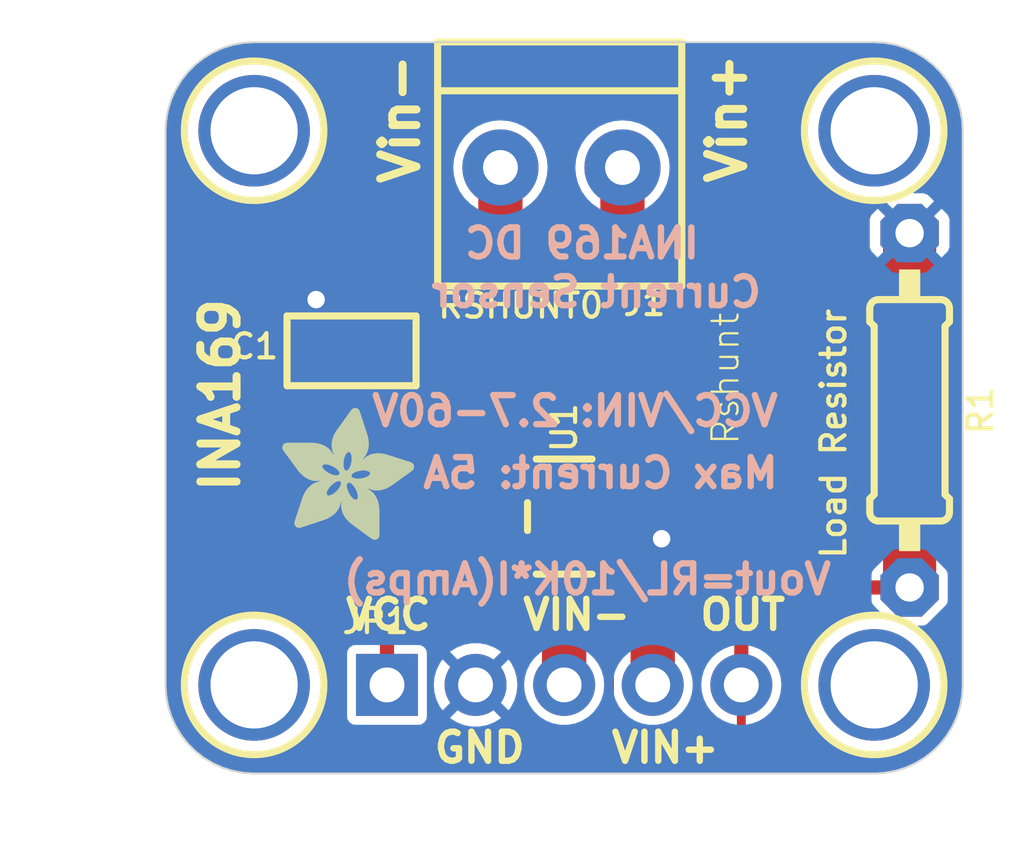
<source format=kicad_pcb>
(kicad_pcb (version 20221018) (generator pcbnew)
  (layers (0 "F.Cu" signal) (31 "B.Cu" signal) (34 "B.Paste" user) (35 "F.Paste" user) (36 "B.SilkS" user "B.Silkscreen") (37 "F.SilkS" user "F.Silkscreen") (38 "B.Mask" user) (39 "F.Mask" user) (44 "Edge.Cuts" user))
  (net 0 "")
  (net 1 "VCC")
  (net 2 "GND")
  (net 3 "VIN+")
  (net 4 "VIN-")
  (net 5 "OUT")
  (footprint "working:MOUNTINGHOLE_2.5_PLATED" (layer "F.Cu") (at 157.3911 112.9486)
    (fp_text reference "U$7" hide)
    (fp_text value "MOUNTINGHOLE2.5" hide)
    (pad "P$1" thru_hole circle (at 0 0) (size 3.2 3.2) (drill 2.5) (layers "*.Cu" "*.Mask"))
    (zone (net 0) (net_name "") (layer "B.Cu") (connect_pads (clearance 0)) (min_thickness 0.25)
      (keepout (tracks not_allowed) (vias not_allowed) (pads not_allowed) (copperpour not_allowed) (footprints allowed))
      (fill (thermal_gap 0.5) (thermal_bridge_width 0.5))
      (polygon (pts (xy 159.4071 112.9486) (xy 159.38748 112.668027) (xy 159.329004 112.392915) (xy 159.232808 112.128619) (xy 159.100765 111.880283) (xy 158.935446 111.65274) (xy 158.740067 111.45042) (xy 158.518433 111.27726) (xy 158.274856 111.136631) (xy 158.014078 111.03127) (xy 157.741175 110.963228) (xy 157.461457 110.933828) (xy 157.180371 110.943644) (xy 156.903385 110.992484) (xy 156.635893 111.079397) (xy 156.3831 111.202693) (xy 156.149926 111.35997) (xy 155.940911 111.548169) (xy 155.760122 111.763625) (xy 155.611078 112.002145) (xy 155.49668 112.259087) (xy 155.419154 112.52945) (xy 155.380011 112.807971) (xy 155.380011 113.089229) (xy 155.419154 113.36775) (xy 155.49668 113.638113) (xy 155.611078 113.895055) (xy 155.760122 114.133575) (xy 155.940911 114.349031) (xy 156.149926 114.53723) (xy 156.3831 114.694507) (xy 156.635893 114.817803) (xy 156.903385 114.904716) (xy 157.180371 114.953556) (xy 157.461457 114.963372) (xy 157.741175 114.933972) (xy 158.014078 114.86593) (xy 158.274856 114.760569) (xy 158.518433 114.61994) (xy 158.740067 114.44678) (xy 158.935446 114.24446) (xy 159.100765 114.016917) (xy 159.232808 113.768581) (xy 159.329004 113.504285) (xy 159.38748 113.229173)))
      (polygon (pts (xy 157.3751 112.9486) (xy 157.379786 112.959914) (xy 157.3911 112.9646) (xy 157.402414 112.959914) (xy 157.4071 112.9486) (xy 157.402414 112.937286) (xy 157.3911 112.9326) (xy 157.379786 112.937286)))
    )
  )
  (footprint "working:TERMBLOCK_1X2-3.5MM" (layer "F.Cu") (at 148.4741 98.1126 180)
    (fp_text reference "J1" (at -3 -3.89) (layer "F.SilkS") (effects (font (size 0.692831 0.692831) (thickness 0.119969)) (justify right)))
    (fp_text value "")
    (pad "1" thru_hole circle (at 1.8 0 180) (size 2.1844 2.1844) (drill 1) (layers "*.Cu" "*.Mask") (net 4 "VIN-"))
    (pad "2" thru_hole circle (at -1.7 0 180) (size 2.1844 2.1844) (drill 1) (layers "*.Cu" "*.Mask") (net 3 "VIN+"))
  )
  (footprint "working:0805-THM" (layer "F.Cu") (at 158.4071 105.0746 90)
    (fp_text reference "R1" (at -0.762 2.032 90) (layer "F.SilkS") (effects (font (size 0.692831 0.692831) (thickness 0.119969)) (justify left)))
    (fp_text value "10K")
    (fp_poly (pts (xy -0.381 0.762) (xy -5.386605 0.762) (xy -5.842 0.306605) (xy -5.842 -0.306605) (xy -5.386605 -0.762) (xy -0.381 -0.762)) (fill solid) (layer "F.Cu"))
    (fp_poly (pts (xy 5.842 -0.306605) (xy 5.842 0.306605) (xy 5.386605 0.762) (xy 0.381 0.762) (xy 0.381 -0.762) (xy 5.386605 -0.762)) (fill solid) (layer "F.Cu"))
    (pad "1" thru_hole roundrect (at -5.08 0 90) (size 1.6764 1.6764) (drill 0.8128) (layers "*.Cu" "*.Mask") (chamfer_ratio 0.2928932188) (chamfer top_left top_right bottom_left bottom_right) (net 5 "OUT"))
    (pad "2" thru_hole roundrect (at 5.08 0 90) (size 1.6764 1.6764) (drill 0.8128) (layers "*.Cu" "*.Mask") (chamfer_ratio 0.2928932188) (chamfer top_left top_right bottom_left bottom_right) (net 2 "GND"))
  )
  (footprint "working:FIDUCIAL_1MM" (layer "F.Cu") (at 139.6111 109.6466)
    (fp_text reference "FID2" hide)
    (fp_text value "FIDUCIAL\"\"" hide)
    (pad "1" smd roundrect (at 0 0) (size 1 1) (layers "F.Cu" "F.Mask") (roundrect_rratio 0.5))
  )
  (footprint "working:ADAFRUIT_3.5MM" (layer "F.Cu") (at 140.4021 108.8036)
    (fp_text reference "U$11" hide)
    (fp_text value "" hide)
  )
  (footprint "working:MOUNTINGHOLE_2.5_PLATED" (layer "F.Cu") (at 139.6111 112.9486)
    (fp_text reference "U$8" hide)
    (fp_text value "MOUNTINGHOLE2.5" hide)
    (pad "P$1" thru_hole circle (at 0 0) (size 3.2 3.2) (drill 2.5) (layers "*.Cu" "*.Mask"))
    (zone (net 0) (net_name "") (layer "B.Cu") (connect_pads (clearance 0)) (min_thickness 0.25)
      (keepout (tracks not_allowed) (vias not_allowed) (pads not_allowed) (copperpour not_allowed) (footprints allowed))
      (fill (thermal_gap 0.5) (thermal_bridge_width 0.5))
      (polygon (pts (xy 141.6271 112.9486) (xy 141.60748 112.668027) (xy 141.549004 112.392915) (xy 141.452808 112.128619) (xy 141.320765 111.880283) (xy 141.155446 111.65274) (xy 140.960067 111.45042) (xy 140.738433 111.27726) (xy 140.494856 111.136631) (xy 140.234078 111.03127) (xy 139.961175 110.963228) (xy 139.681457 110.933828) (xy 139.400371 110.943644) (xy 139.123385 110.992484) (xy 138.855893 111.079397) (xy 138.6031 111.202693) (xy 138.369926 111.35997) (xy 138.160911 111.548169) (xy 137.980122 111.763625) (xy 137.831078 112.002145) (xy 137.71668 112.259087) (xy 137.639154 112.52945) (xy 137.600011 112.807971) (xy 137.600011 113.089229) (xy 137.639154 113.36775) (xy 137.71668 113.638113) (xy 137.831078 113.895055) (xy 137.980122 114.133575) (xy 138.160911 114.349031) (xy 138.369926 114.53723) (xy 138.6031 114.694507) (xy 138.855893 114.817803) (xy 139.123385 114.904716) (xy 139.400371 114.953556) (xy 139.681457 114.963372) (xy 139.961175 114.933972) (xy 140.234078 114.86593) (xy 140.494856 114.760569) (xy 140.738433 114.61994) (xy 140.960067 114.44678) (xy 141.155446 114.24446) (xy 141.320765 114.016917) (xy 141.452808 113.768581) (xy 141.549004 113.504285) (xy 141.60748 113.229173)))
      (polygon (pts (xy 139.5951 112.9486) (xy 139.599786 112.959914) (xy 139.6111 112.9646) (xy 139.622414 112.959914) (xy 139.6271 112.9486) (xy 139.622414 112.937286) (xy 139.6111 112.9326) (xy 139.599786 112.937286)))
    )
  )
  (footprint "working:SOT23-5" (layer "F.Cu") (at 148.5011 108.1226 90)
    (fp_text reference "U1" (at 1.778 0 90) (layer "F.SilkS") (effects (font (size 0.692831 0.692831) (thickness 0.119969)) (justify left)))
    (fp_text value "INA169")
    (pad "1" smd rect (at -0.95 1.3001 90) (size 0.55 1.2) (layers "F.Cu" "F.Paste" "F.Mask") (net 5 "OUT"))
    (pad "2" smd rect (at 0 1.3001 90) (size 0.55 1.2) (layers "F.Cu" "F.Paste" "F.Mask") (net 2 "GND"))
    (pad "3" smd rect (at 0.95 1.3001 90) (size 0.55 1.2) (layers "F.Cu" "F.Paste" "F.Mask") (net 3 "VIN+"))
    (pad "4" smd rect (at 0.95 -1.3001 90) (size 0.55 1.2) (layers "F.Cu" "F.Paste" "F.Mask") (net 4 "VIN-"))
    (pad "5" smd rect (at -0.95 -1.3001 90) (size 0.55 1.2) (layers "F.Cu" "F.Paste" "F.Mask") (net 1 "VCC"))
  )
  (footprint "working:MOUNTINGHOLE_2.5_PLATED" (layer "F.Cu") (at 157.3911 97.0586)
    (fp_text reference "U$10" hide)
    (fp_text value "MOUNTINGHOLE2.5" hide)
    (pad "P$1" thru_hole circle (at 0 0) (size 3.2 3.2) (drill 2.5) (layers "*.Cu" "*.Mask"))
    (zone (net 0) (net_name "") (layer "B.Cu") (connect_pads (clearance 0)) (min_thickness 0.25)
      (keepout (tracks not_allowed) (vias not_allowed) (pads not_allowed) (copperpour not_allowed) (footprints allowed))
      (fill (thermal_gap 0.5) (thermal_bridge_width 0.5))
      (polygon (pts (xy 159.4071 97.0586) (xy 159.38748 96.778027) (xy 159.329004 96.502915) (xy 159.232808 96.238619) (xy 159.100765 95.990283) (xy 158.935446 95.76274) (xy 158.740067 95.56042) (xy 158.518433 95.38726) (xy 158.274856 95.246631) (xy 158.014078 95.14127) (xy 157.741175 95.073228) (xy 157.461457 95.043828) (xy 157.180371 95.053644) (xy 156.903385 95.102484) (xy 156.635893 95.189397) (xy 156.3831 95.312693) (xy 156.149926 95.46997) (xy 155.940911 95.658169) (xy 155.760122 95.873625) (xy 155.611078 96.112145) (xy 155.49668 96.369087) (xy 155.419154 96.63945) (xy 155.380011 96.917971) (xy 155.380011 97.199229) (xy 155.419154 97.47775) (xy 155.49668 97.748113) (xy 155.611078 98.005055) (xy 155.760122 98.243575) (xy 155.940911 98.459031) (xy 156.149926 98.64723) (xy 156.3831 98.804507) (xy 156.635893 98.927803) (xy 156.903385 99.014716) (xy 157.180371 99.063556) (xy 157.461457 99.073372) (xy 157.741175 99.043972) (xy 158.014078 98.97593) (xy 158.274856 98.870569) (xy 158.518433 98.72994) (xy 158.740067 98.55678) (xy 158.935446 98.35446) (xy 159.100765 98.126917) (xy 159.232808 97.878581) (xy 159.329004 97.614285) (xy 159.38748 97.339173)))
      (polygon (pts (xy 157.3751 97.0586) (xy 157.379786 97.069914) (xy 157.3911 97.0746) (xy 157.402414 97.069914) (xy 157.4071 97.0586) (xy 157.402414 97.047286) (xy 157.3911 97.0426) (xy 157.379786 97.047286)))
    )
  )
  (footprint "working:MOUNTINGHOLE_2.5_PLATED" (layer "F.Cu") (at 139.6111 97.0586)
    (fp_text reference "U$9" hide)
    (fp_text value "MOUNTINGHOLE2.5" hide)
    (pad "P$1" thru_hole circle (at 0 0) (size 3.2 3.2) (drill 2.5) (layers "*.Cu" "*.Mask"))
    (zone (net 0) (net_name "") (layer "B.Cu") (connect_pads (clearance 0)) (min_thickness 0.25)
      (keepout (tracks not_allowed) (vias not_allowed) (pads not_allowed) (copperpour not_allowed) (footprints allowed))
      (fill (thermal_gap 0.5) (thermal_bridge_width 0.5))
      (polygon (pts (xy 141.6271 97.0586) (xy 141.60748 96.778027) (xy 141.549004 96.502915) (xy 141.452808 96.238619) (xy 141.320765 95.990283) (xy 141.155446 95.76274) (xy 140.960067 95.56042) (xy 140.738433 95.38726) (xy 140.494856 95.246631) (xy 140.234078 95.14127) (xy 139.961175 95.073228) (xy 139.681457 95.043828) (xy 139.400371 95.053644) (xy 139.123385 95.102484) (xy 138.855893 95.189397) (xy 138.6031 95.312693) (xy 138.369926 95.46997) (xy 138.160911 95.658169) (xy 137.980122 95.873625) (xy 137.831078 96.112145) (xy 137.71668 96.369087) (xy 137.639154 96.63945) (xy 137.600011 96.917971) (xy 137.600011 97.199229) (xy 137.639154 97.47775) (xy 137.71668 97.748113) (xy 137.831078 98.005055) (xy 137.980122 98.243575) (xy 138.160911 98.459031) (xy 138.369926 98.64723) (xy 138.6031 98.804507) (xy 138.855893 98.927803) (xy 139.123385 99.014716) (xy 139.400371 99.063556) (xy 139.681457 99.073372) (xy 139.961175 99.043972) (xy 140.234078 98.97593) (xy 140.494856 98.870569) (xy 140.738433 98.72994) (xy 140.960067 98.55678) (xy 141.155446 98.35446) (xy 141.320765 98.126917) (xy 141.452808 97.878581) (xy 141.549004 97.614285) (xy 141.60748 97.339173)))
      (polygon (pts (xy 139.5951 97.0586) (xy 139.599786 97.069914) (xy 139.6111 97.0746) (xy 139.622414 97.069914) (xy 139.6271 97.0586) (xy 139.622414 97.047286) (xy 139.6111 97.0426) (xy 139.599786 97.047286)))
    )
  )
  (footprint "working:1X05_ROUND_70" (layer "F.Cu") (at 148.5011 112.9486)
    (fp_text reference "JP1" (at -6.4262 -1.8288) (layer "F.SilkS") (effects (font (size 0.692831 0.692831) (thickness 0.119969)) (justify left)))
    (fp_text value "")
    (pad "1" thru_hole rect (at -5.08 0 90) (size 1.778 1.778) (drill 1) (layers "*.Cu" "*.Mask") (net 1 "VCC"))
    (pad "2" thru_hole circle (at -2.54 0 90) (size 1.778 1.778) (drill 1) (layers "*.Cu" "*.Mask") (net 2 "GND"))
    (pad "3" thru_hole circle (at 0 0 90) (size 1.778 1.778) (drill 1) (layers "*.Cu" "*.Mask") (net 4 "VIN-"))
    (pad "4" thru_hole circle (at 2.54 0 90) (size 1.778 1.778) (drill 1) (layers "*.Cu" "*.Mask") (net 3 "VIN+"))
    (pad "5" thru_hole circle (at 5.08 0 90) (size 1.778 1.778) (drill 1) (layers "*.Cu" "*.Mask") (net 5 "OUT"))
  )
  (footprint "working:2512" (layer "F.Cu") (at 148.5011 103.9796)
    (fp_text reference "RSHUNT0" (at -3.683 -1.905) (layer "F.SilkS") (effects (font (size 0.692831 0.692831) (thickness 0.119969)) (justify left)))
    (fp_text value "0.1/1% (PT2512FK-070R1L)")
    (pad "1" smd rect (at -2.8 0) (size 1.8 3.2) (layers "F.Cu" "F.Paste" "F.Mask") (net 4 "VIN-"))
    (pad "2" smd rect (at 2.8 0) (size 1.8 3.2) (layers "F.Cu" "F.Paste" "F.Mask") (net 3 "VIN+"))
  )
  (footprint "working:0805" (layer "F.Cu") (at 142.4051 103.3696 180)
    (fp_text reference "C1" (at 2.032 0.127) (layer "F.SilkS") (effects (font (size 0.692831 0.692831) (thickness 0.119969)) (justify right)))
    (fp_text value "0.1µF")
    (pad "1" smd rect (at -0.95 0 180) (size 1.3 1.5) (layers "F.Cu" "F.Paste" "F.Mask") (net 1 "VCC"))
    (pad "2" smd rect (at 0.95 0 180) (size 1.3 1.5) (layers "F.Cu" "F.Paste" "F.Mask") (net 2 "GND"))
  )
  (footprint "working:FIDUCIAL_1MM" (layer "F.Cu") (at 155.0031 99.5316)
    (fp_text reference "FID1" hide)
    (fp_text value "FIDUCIAL\"\"" hide)
    (pad "1" smd roundrect (at 0 0) (size 1 1) (layers "F.Cu" "F.Mask") (roundrect_rratio 0.5))
  )
  (gr_line (start 159.9311 97.0586) (end 159.9311 112.9486) (stroke (width 0.05)) (layer "Edge.Cuts"))
  (gr_line (start 157.3911 115.4886) (end 139.6111 115.4886) (stroke (width 0.05)) (layer "Edge.Cuts"))
  (gr_line (start 137.0711 112.9486) (end 137.0711 97.0586) (stroke (width 0.05)) (layer "Edge.Cuts"))
  (gr_arc (start 159.9311 112.9486) (mid 159.187151 114.744651) (end 157.3911 115.4886) (stroke (width 0.05)) (layer "Edge.Cuts"))
  (gr_arc (start 157.3911 94.5186) (mid 159.187151 95.262549) (end 159.9311 97.0586) (stroke (width 0.05)) (layer "Edge.Cuts"))
  (gr_line (start 139.6111 94.5186) (end 157.3911 94.5186) (stroke (width 0.05)) (layer "Edge.Cuts"))
  (gr_arc (start 139.6111 115.4886) (mid 137.815049 114.744651) (end 137.0711 112.9486) (stroke (width 0.05)) (layer "Edge.Cuts"))
  (gr_arc (start 137.0711 97.0586) (mid 137.815049 95.262549) (end 139.6111 94.5186) (stroke (width 0.05)) (layer "Edge.Cuts"))
  (gr_text "VCC/VIN: 2.7-60V" (at 154.7241 105.5826) (layer "B.SilkS") (effects (font (size 0.83312 0.83312) (thickness 0.18288)) (justify left bottom mirror)))
  (gr_text "Current Sensor" (at 154.2451 102.1716) (layer "B.SilkS") (effects (font (size 0.83312 0.83312) (thickness 0.18288)) (justify left bottom mirror)))
  (gr_text "Vout=RL/10K*I(Amps)" (at 156.2481 110.4086) (layer "B.SilkS") (effects (font (size 0.83312 0.83312) (thickness 0.18288)) (justify left bottom mirror)))
  (gr_text "INA169 DC" (at 152.4671 100.7746) (layer "B.SilkS") (effects (font (size 0.83312 0.83312) (thickness 0.18288)) (justify left bottom mirror)))
  (gr_text "Max Current: 5A" (at 154.7241 107.3606) (layer "B.SilkS") (effects (font (size 0.83312 0.83312) (thickness 0.18288)) (justify left bottom mirror)))
  (gr_text "GND" (at 144.6911 115.2346) (layer "F.SilkS") (effects (font (size 0.83312 0.83312) (thickness 0.18288)) (justify left bottom)))
  (gr_text "VIN-" (at 147.2311 111.4246) (layer "F.SilkS") (effects (font (size 0.83312 0.83312) (thickness 0.18288)) (justify left bottom)))
  (gr_text "Rshunt" (at 153.5671 106.1146 90) (layer "F.SilkS") (effects (font (size 0.747776 0.747776) (thickness 0.065024)) (justify left bottom)))
  (gr_text "OUT" (at 152.3111 111.4246) (layer "F.SilkS") (effects (font (size 0.83312 0.83312) (thickness 0.18288)) (justify left bottom)))
  (gr_text "Vin+" (at 152.5581 94.7446 90) (layer "F.SilkS") (effects (font (size 1.0414 1.0414) (thickness 0.2286)) (justify right top)))
  (gr_text "Load Resistor" (at 156.6291 109.3926 90) (layer "F.SilkS") (effects (font (size 0.69088 0.69088) (thickness 0.12192)) (justify left bottom)))
  (gr_text "VIN+" (at 149.7711 115.2346) (layer "F.SilkS") (effects (font (size 0.83312 0.83312) (thickness 0.18288)) (justify left bottom)))
  (gr_text "VCC" (at 142.1511 111.4246) (layer "F.SilkS") (effects (font (size 0.83312 0.83312) (thickness 0.18288)) (justify left bottom)))
  (gr_text "Vin-" (at 143.1871 94.7606 90) (layer "F.SilkS") (effects (font (size 1.0414 1.0414) (thickness 0.2286)) (justify right top)))
  (gr_text "INA169" (at 139.2481 107.5166 90) (layer "F.SilkS") (effects (font (size 1.0414 1.0414) (thickness 0.2286)) (justify left bottom)))
  (segment (start 143.8021 96.1846) (end 143.4211 96.5656) (width 0.4064) (layer "F.Cu") (net 1))
  (segment (start 143.4211 103.4356) (end 143.3551 103.3696) (width 0.4064) (layer "F.Cu") (net 1))
  (segment (start 148.5011 96.6926) (end 147.9931 96.1846) (width 0.4064) (layer "F.Cu") (net 1))
  (segment (start 143.4211 96.5656) (end 143.4211 103.3036) (width 0.4064) (layer "F.Cu") (net 1))
  (segment (start 148.1861 109.0726) (end 148.5011 108.7576) (width 0.4064) (layer "F.Cu") (net 1))
  (segment (start 143.4211 112.9486) (end 143.4211 103.4356) (width 0.4064) (layer "F.Cu") (net 1))
  (segment (start 148.5011 108.7576) (end 148.5011 96.6926) (width 0.4064) (layer "F.Cu") (net 1))
  (segment (start 147.9931 96.1846) (end 143.8021 96.1846) (width 0.4064) (layer "F.Cu") (net 1))
  (segment (start 143.4211 103.3036) (end 143.3551 103.3696) (width 0.4064) (layer "F.Cu") (net 1))
  (segment (start 147.201 109.0726) (end 148.1861 109.0726) (width 0.4064) (layer "F.Cu") (net 1))
  (segment (start 149.8012 108.1226) (end 150.6601 108.1226) (width 0.4064) (layer "F.Cu") (net 2))
  (segment (start 150.6601 108.1226) (end 151.2951 108.7576) (width 0.4064) (layer "F.Cu") (net 2))
  (segment (start 141.4551 103.3696) (end 141.4551 101.9656) (width 0.4064) (layer "F.Cu") (net 2))
  (segment (start 141.4551 101.9656) (end 141.3891 101.8996) (width 0.4064) (layer "F.Cu") (net 2))
  (via (at 151.2951 108.7576) (size 1.008) (drill 0.5) (layers "F.Cu" "B.Cu") (net 2))
  (via (at 141.3891 101.8996) (size 1.008) (drill 0.5) (layers "F.Cu" "B.Cu") (net 2))
  (segment (start 141.3891 101.8996) (end 141.3891 101.7726) (width 0.4064) (layer "B.Cu") (net 2))
  (segment (start 151.2951 108.7576) (end 151.5491 108.7576) (width 0.4064) (layer "B.Cu") (net 2))
  (segment (start 151.2291 107.1726) (end 151.2951 107.1066) (width 0.6096) (layer "F.Cu") (net 3))
  (segment (start 151.0411 111.4246) (end 153.8351 108.6306) (width 1.27) (layer "F.Cu") (net 3))
  (segment (start 153.0731 104.0586) (end 151.3801 104.0586) (width 1.27) (layer "F.Cu") (net 3))
  (segment (start 151.0411 112.9486) (end 151.0411 111.4246) (width 1.27) (layer "F.Cu") (net 3))
  (segment (start 153.8351 108.6306) (end 153.8351 104.8206) (width 1.27) (layer "F.Cu") (net 3))
  (segment (start 150.1741 98.1126) (end 150.1741 102.8526) (width 1.27) (layer "F.Cu") (net 3))
  (segment (start 149.8012 107.1726) (end 151.2291 107.1726) (width 0.6096) (layer "F.Cu") (net 3))
  (segment (start 153.8351 104.8206) (end 153.0731 104.0586) (width 1.27) (layer "F.Cu") (net 3))
  (segment (start 151.2951 103.9856) (end 151.3011 103.9796) (width 1.27) (layer "F.Cu") (net 3))
  (segment (start 150.1741 102.8526) (end 151.3011 103.9796) (width 1.27) (layer "F.Cu") (net 3))
  (segment (start 151.3801 104.0586) (end 151.3011 103.9796) (width 1.27) (layer "F.Cu") (net 3))
  (segment (start 151.2951 107.1066) (end 151.2951 103.9856) (width 1.27) (layer "F.Cu") (net 3))
  (segment (start 147.9931 110.9166) (end 146.2151 110.9166) (width 1.27) (layer "F.Cu") (net 4))
  (segment (start 146.2151 110.9166) (end 145.7071 110.4086) (width 1.27) (layer "F.Cu") (net 4))
  (segment (start 146.6741 103.0066) (end 145.7011 103.9796) (width 1.27) (layer "F.Cu") (net 4))
  (segment (start 148.5011 112.9486) (end 148.5011 111.4246) (width 1.27) (layer "F.Cu") (net 4))
  (segment (start 145.7731 107.1726) (end 145.7071 107.1066) (width 0.6096) (layer "F.Cu") (net 4))
  (segment (start 145.7071 103.9856) (end 145.7011 103.9796) (width 1.27) (layer "F.Cu") (net 4))
  (segment (start 147.201 107.1726) (end 145.7731 107.1726) (width 0.6096) (layer "F.Cu") (net 4))
  (segment (start 145.7071 107.2386) (end 145.7731 107.1726) (width 1.27) (layer "F.Cu") (net 4))
  (segment (start 148.5011 111.4246) (end 147.9931 110.9166) (width 1.27) (layer "F.Cu") (net 4))
  (segment (start 146.6741 98.1126) (end 146.6741 103.0066) (width 1.27) (layer "F.Cu") (net 4))
  (segment (start 145.7071 107.1066) (end 145.7071 103.9856) (width 1.27) (layer "F.Cu") (net 4))
  (segment (start 145.7071 110.4086) (end 145.7071 107.2386) (width 1.27) (layer "F.Cu") (net 4))
  (segment (start 150.1521 114.4726) (end 153.3271 114.4726) (width 0.254) (layer "F.Cu") (net 5))
  (segment (start 153.5811 111.4246) (end 153.5811 112.9486) (width 0.4064) (layer "F.Cu") (net 5))
  (segment (start 153.3271 114.4726) (end 153.5811 114.2186) (width 0.254) (layer "F.Cu") (net 5))
  (segment (start 158.4071 110.1546) (end 154.8511 110.1546) (width 0.4064) (layer "F.Cu") (net 5))
  (segment (start 149.8012 109.0726) (end 149.8012 114.1217) (width 0.254) (layer "F.Cu") (net 5))
  (segment (start 149.8012 114.1217) (end 150.1521 114.4726) (width 0.254) (layer "F.Cu") (net 5))
  (segment (start 154.8511 110.1546) (end 153.5811 111.4246) (width 0.4064) (layer "F.Cu") (net 5))
  (segment (start 153.5811 114.2186) (end 153.5811 112.9486) (width 0.254) (layer "F.Cu") (net 5))
  (zone (net 2) (net_name "GND") (layer "B.Cu") (priority 6) (connect_pads (clearance 0.254)) (min_thickness 0.127) (fill yes (thermal_gap 0.304) (thermal_bridge_width 0.304))
    (polygon (pts (xy 160.0581 115.6156) (xy 136.9441 115.6156) (xy 136.9441 94.3916) (xy 160.0581 94.3916)))
  )
)
</source>
